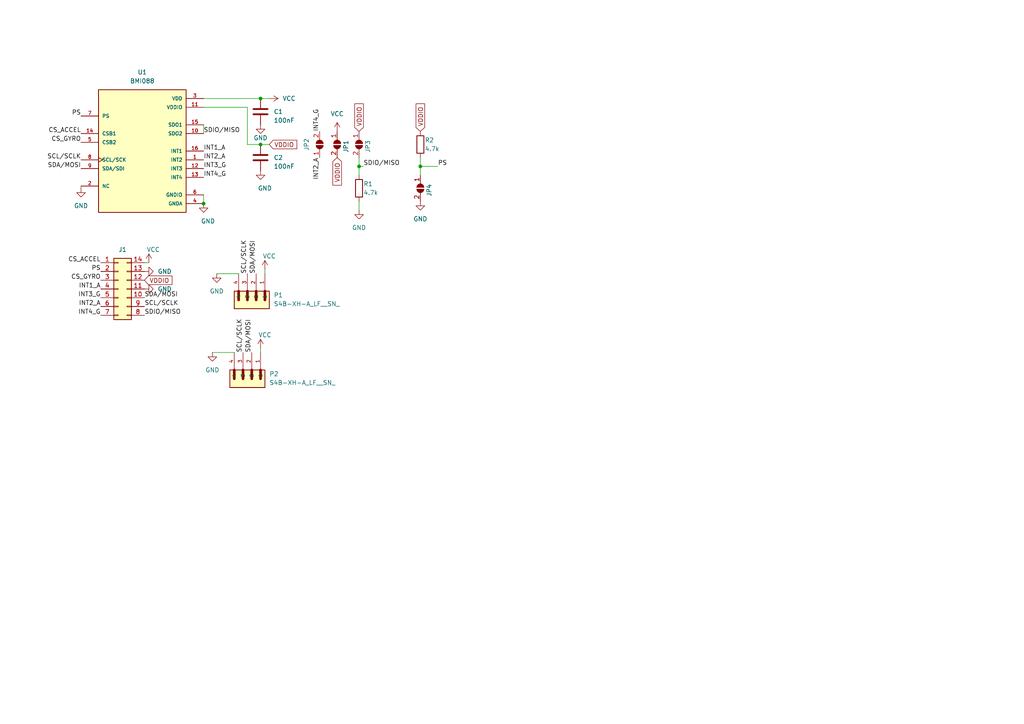
<source format=kicad_sch>
(kicad_sch (version 20230121) (generator eeschema)
  (paper "A4")
  (lib_symbols
    (symbol "BMI088:BMI088" (pin_names (offset 1.016))
      (property "Reference" "U" (at -12.7 18.415 0))
      (property "Value" "BMI088" (at -12.7 -20.32 0))
      (symbol "BMI088_0_0"
        (rectangle (start -12.7 -17.78) (end 12.7 17.78) (stroke (width 0.254)) (fill (type background)))
        (pin bidirectional line (at 17.78 -2.54 180) (length 5.08) (name "INT2") (number "1"))
        (pin output line (at 17.78 5.08 180) (length 5.08) (name "SDO2") (number "10"))
        (pin power_in line (at 17.78 12.7 180) (length 5.08) (name "VDDIO") (number "11"))
        (pin bidirectional line (at 17.78 -5.08 180) (length 5.08) (name "INT3") (number "12"))
        (pin bidirectional line (at 17.78 -7.62 180) (length 5.08) (name "INT4") (number "13"))
        (pin input line (at -17.78 5.08 0) (length 5.08) (name "CSB1") (number "14"))
        (pin output line (at 17.78 7.62 180) (length 5.08) (name "SDO1") (number "15"))
        (pin bidirectional line (at 17.78 0 180) (length 5.08) (name "INT1") (number "16"))
        (pin passive line (at -17.78 -10.16 0) (length 5.08) (name "NC") (number "2"))
        (pin power_in line (at 17.78 15.24 180) (length 5.08) (name "VDD") (number "3"))
        (pin power_in line (at 17.78 -15.24 180) (length 5.08) (name "GNDA") (number "4"))
        (pin input line (at -17.78 2.54 0) (length 5.08) (name "CSB2") (number "5"))
        (pin power_in line (at 17.78 -12.7 180) (length 5.08) (name "GNDIO") (number "6"))
        (pin input line (at -17.78 10.16 0) (length 5.08) (name "PS") (number "7"))
        (pin input clock (at -17.78 -2.54 0) (length 5.08) (name "SCL/SCK") (number "8"))
        (pin bidirectional line (at -17.78 -5.08 0) (length 5.08) (name "SDA/SDI") (number "9"))
      )
    )
    (symbol "Connector_Generic:Conn_02x07_Counter_Clockwise" (pin_names (offset 1.016) hide)
      (property "Reference" "J" (at 1.27 10.16 0))
      (property "Value" "Conn_02x07_Counter_Clockwise" (at 1.27 -10.16 0))
      (symbol "Conn_02x07_Counter_Clockwise_1_1"
        (rectangle (start -1.27 -7.493) (end 0 -7.747) (stroke (width 0.1524)))
        (rectangle (start -1.27 -4.953) (end 0 -5.207) (stroke (width 0.1524)))
        (rectangle (start -1.27 -2.413) (end 0 -2.667) (stroke (width 0.1524)))
        (rectangle (start -1.27 0.127) (end 0 -0.127) (stroke (width 0.1524)))
        (rectangle (start -1.27 2.667) (end 0 2.413) (stroke (width 0.1524)))
        (rectangle (start -1.27 5.207) (end 0 4.953) (stroke (width 0.1524)))
        (rectangle (start -1.27 7.747) (end 0 7.493) (stroke (width 0.1524)))
        (rectangle (start -1.27 8.89) (end 3.81 -8.89) (stroke (width 0.254)) (fill (type background)))
        (rectangle (start 3.81 -7.493) (end 2.54 -7.747) (stroke (width 0.1524)))
        (rectangle (start 3.81 -4.953) (end 2.54 -5.207) (stroke (width 0.1524)))
        (rectangle (start 3.81 -2.413) (end 2.54 -2.667) (stroke (width 0.1524)))
        (rectangle (start 3.81 0.127) (end 2.54 -0.127) (stroke (width 0.1524)))
        (rectangle (start 3.81 2.667) (end 2.54 2.413) (stroke (width 0.1524)))
        (rectangle (start 3.81 5.207) (end 2.54 4.953) (stroke (width 0.1524)))
        (rectangle (start 3.81 7.747) (end 2.54 7.493) (stroke (width 0.1524)))
        (pin passive line (at -5.08 7.62 0) (length 3.81) (name "Pin_1") (number "1"))
        (pin passive line (at 7.62 -2.54 180) (length 3.81) (name "Pin_10") (number "10"))
        (pin passive line (at 7.62 0 180) (length 3.81) (name "Pin_11") (number "11"))
        (pin passive line (at 7.62 2.54 180) (length 3.81) (name "Pin_12") (number "12"))
        (pin passive line (at 7.62 5.08 180) (length 3.81) (name "Pin_13") (number "13"))
        (pin passive line (at 7.62 7.62 180) (length 3.81) (name "Pin_14") (number "14"))
        (pin passive line (at -5.08 5.08 0) (length 3.81) (name "Pin_2") (number "2"))
        (pin passive line (at -5.08 2.54 0) (length 3.81) (name "Pin_3") (number "3"))
        (pin passive line (at -5.08 0 0) (length 3.81) (name "Pin_4") (number "4"))
        (pin passive line (at -5.08 -2.54 0) (length 3.81) (name "Pin_5") (number "5"))
        (pin passive line (at -5.08 -5.08 0) (length 3.81) (name "Pin_6") (number "6"))
        (pin passive line (at -5.08 -7.62 0) (length 3.81) (name "Pin_7") (number "7"))
        (pin passive line (at 7.62 -7.62 180) (length 3.81) (name "Pin_8") (number "8"))
        (pin passive line (at 7.62 -5.08 180) (length 3.81) (name "Pin_9") (number "9"))
      )
    )
    (symbol "Device:C" (pin_numbers hide) (pin_names (offset 0.254))
      (property "Reference" "C" (at 0.635 2.54 0))
      (property "Value" "C" (at 0.635 -2.54 0))
      (symbol "C_0_1"
        (polyline (pts (xy -2.032 -0.762) (xy 2.032 -0.762)) (stroke (width 0.508)))
        (polyline (pts (xy -2.032 0.762) (xy 2.032 0.762)) (stroke (width 0.508)))
      )
      (symbol "C_1_1"
        (pin passive line (at 0 3.81 270) (length 2.794) (name "~") (number "1"))
        (pin passive line (at 0 -3.81 90) (length 2.794) (name "~") (number "2"))
      )
    )
    (symbol "Device:R" (pin_numbers hide) (pin_names (offset 0))
      (property "Reference" "R" (at 2.032 0 90))
      (property "Value" "R" (at 0 0 90))
      (symbol "R_0_1"
        (rectangle (start -1.016 -2.54) (end 1.016 2.54) (stroke (width 0.254)))
      )
      (symbol "R_1_1"
        (pin passive line (at 0 3.81 270) (length 1.27) (name "~") (number "1"))
        (pin passive line (at 0 -3.81 90) (length 1.27) (name "~") (number "2"))
      )
    )
    (symbol "Jumper:SolderJumper_2_Open" (pin_names (offset 0) hide)
      (property "Reference" "JP" (at 0 2.032 0))
      (property "Value" "SolderJumper_2_Open" (at 0 -2.54 0))
      (symbol "SolderJumper_2_Open_0_1"
        (arc (start -0.254 1.016) (mid -1.2656 0) (end -0.254 -1.016))
        (arc (start -0.254 1.016) (mid -1.2656 0) (end -0.254 -1.016) (fill (type outline)))
        (polyline (pts (xy -0.254 1.016) (xy -0.254 -1.016)))
        (polyline (pts (xy 0.254 1.016) (xy 0.254 -1.016)))
        (arc (start 0.254 -1.016) (mid 1.2656 0) (end 0.254 1.016))
        (arc (start 0.254 -1.016) (mid 1.2656 0) (end 0.254 1.016) (fill (type outline)))
      )
      (symbol "SolderJumper_2_Open_1_1"
        (pin passive line (at -3.81 0 0) (length 2.54) (name "A") (number "1"))
        (pin passive line (at 3.81 0 180) (length 2.54) (name "B") (number "2"))
      )
    )
    (symbol "S4B-XH-A_LF__SN_:S4B-XH-A_LF__SN_" (pin_names (offset 1.016))
      (property "Reference" "P" (at -2.5439 5.0878 0))
      (property "Value" "S4B-XH-A_LF__SN_" (at -2.5417 -6.3543 0))
      (symbol "S4B-XH-A_LF__SN__0_0"
        (rectangle (start -2.54 -5.08) (end 2.54 5.08) (stroke (width 0.254)) (fill (type background)))
        (polyline (pts (xy -2.54 -3.81) (xy 0 -3.81)) (stroke (width 0.762)))
        (polyline (pts (xy -2.54 -1.27) (xy 0 -1.27)) (stroke (width 0.762)))
        (polyline (pts (xy -2.54 1.27) (xy 0 1.27)) (stroke (width 0.762)))
        (polyline (pts (xy -2.54 3.81) (xy 0 3.81)) (stroke (width 0.762)))
        (pin passive line (at -7.62 3.81 0) (length 5.08) (name "1") (number "1"))
        (pin passive line (at -7.62 1.27 0) (length 5.08) (name "2") (number "2"))
        (pin passive line (at -7.62 -1.27 0) (length 5.08) (name "3") (number "3"))
        (pin passive line (at -7.62 -3.81 0) (length 5.08) (name "4") (number "4"))
      )
    )
    (symbol "power:GND" (power) (pin_names (offset 0))
      (property "Value" "GND" (at 0 -3.81 0))
      (symbol "GND_0_1"
        (polyline (pts (xy 0 0) (xy 0 -1.27) (xy 1.27 -1.27) (xy 0 -2.54) (xy -1.27 -1.27) (xy 0 -1.27)))
      )
      (symbol "GND_1_1"
        (pin power_in line (at 0 0 270) (length 0) hide (name "GND") (number "1"))
      )
    )
    (symbol "power:VCC" (power) (pin_names (offset 0))
      (property "Value" "VCC" (at 0 3.81 0))
      (symbol "VCC_0_1"
        (polyline (pts (xy -0.762 1.27) (xy 0 2.54)))
        (polyline (pts (xy 0 0) (xy 0 2.54)))
        (polyline (pts (xy 0 2.54) (xy 0.762 1.27)))
      )
      (symbol "VCC_1_1"
        (pin power_in line (at 0 0 90) (length 0) hide (name "VCC") (number "1"))
      )
    )
  )
  (junction (at 121.92 48.26))
  (junction (at 59.055 59.055))
  (junction (at 75.565 28.575))
  (junction (at 104.14 48.26))
  (junction (at 75.565 41.91))
  (wire (pts (xy 75.565 100.965) (xy 75.565 102.235)))
  (wire (pts (xy 75.565 41.91) (xy 71.755 41.91)))
  (wire (pts (xy 104.14 45.72) (xy 104.14 48.26)))
  (wire (pts (xy 104.14 60.96) (xy 104.14 58.42)))
  (wire (pts (xy 121.92 48.26) (xy 127 48.26)))
  (wire (pts (xy 59.055 56.515) (xy 59.055 59.055)))
  (wire (pts (xy 23.495 54.61) (xy 23.495 53.975)))
  (wire (pts (xy 71.755 31.115) (xy 71.755 41.91)))
  (wire (pts (xy 121.92 48.26) (xy 121.92 50.8)))
  (wire (pts (xy 121.92 45.72) (xy 121.92 48.26)))
  (wire (pts (xy 76.835 78.105) (xy 76.835 79.375)))
  (wire (pts (xy 61.595 102.235) (xy 67.945 102.235)))
  (wire (pts (xy 59.055 31.115) (xy 71.755 31.115)))
  (wire (pts (xy 104.14 48.26) (xy 104.14 50.8)))
  (wire (pts (xy 59.055 36.195) (xy 59.055 38.735)))
  (wire (pts (xy 62.865 79.375) (xy 69.215 79.375)))
  (wire (pts (xy 75.565 41.91) (xy 78.105 41.91)))
  (wire (pts (xy 59.055 28.575) (xy 75.565 28.575)))
  (wire (pts (xy 43.18 76.2) (xy 41.91 76.2)))
  (wire (pts (xy 75.565 28.575) (xy 78.105 28.575)))
  (wire (pts (xy 104.14 48.26) (xy 105.41 48.26)))
  (label "PS" (at 23.495 33.655 180))
  (label "SCL{slash}SCLK" (at 23.495 46.355 180))
  (label "SCL{slash}SCLK" (at 41.91 88.9 0))
  (label "SDA{slash}MOSI" (at 74.295 79.375 90))
  (label "INT3_G" (at 29.21 86.36 180))
  (label "INT2_A" (at 92.71 45.72 270))
  (label "SCL{slash}SCLK" (at 71.755 79.375 90))
  (label "SDA{slash}MOSI" (at 73.025 102.235 90))
  (label "INT4_G" (at 92.71 38.1 90))
  (label "INT3_G" (at 59.055 48.895 0))
  (label "PS" (at 127 48.26 0))
  (label "INT2_A" (at 59.055 46.355 0))
  (label "INT4_G" (at 59.055 51.435 0))
  (label "SDA{slash}MOSI" (at 41.91 86.36 0))
  (label "PS" (at 29.21 78.74 180))
  (label "CS_GYRO" (at 23.495 41.275 180))
  (label "INT1_A" (at 29.21 83.82 180))
  (label "CS_ACCEL" (at 23.495 38.735 180))
  (label "SDA{slash}MOSI" (at 23.495 48.895 180))
  (label "SDIO{slash}MISO" (at 41.91 91.44 0))
  (label "INT2_A" (at 29.21 88.9 180))
  (label "SDIO{slash}MISO" (at 105.41 48.26 0))
  (label "CS_GYRO" (at 29.21 81.28 180))
  (label "INT4_G" (at 29.21 91.44 180))
  (label "INT1_A" (at 59.055 43.815 0))
  (label "SDIO{slash}MISO" (at 59.055 38.735 0))
  (label "SCL{slash}SCLK" (at 70.485 102.235 90))
  (label "CS_ACCEL" (at 29.21 76.2 180))
  (global_label "VDDIO" (shape input) (at 121.92 38.1 90) (property "Intersheetrefs" "${INTERSHEET_REFS}" (effects hide)))
  (global_label "VDDIO" (shape input) (at 41.91 81.28 0) (property "Intersheetrefs" "${INTERSHEET_REFS}" (effects hide)))
  (global_label "VDDIO" (shape input) (at 78.105 41.91 0) (property "Intersheetrefs" "${INTERSHEET_REFS}" (effects hide)))
  (global_label "VDDIO" (shape input) (at 97.79 45.72 270) (property "Intersheetrefs" "${INTERSHEET_REFS}" (effects hide)))
  (global_label "VDDIO" (shape input) (at 104.14 38.1 90) (property "Intersheetrefs" "${INTERSHEET_REFS}" (effects hide)))
  (symbol (lib_id "Device:C") (at 75.565 45.72 0) (unit 1)
    (property "Reference" "C2" (at 79.375 45.72 0) (effects (justify left)))
    (property "Value" "100nF" (at 79.375 48.26 0) (effects (justify left)))
    (property "Footprint" "Capacitor_SMD:C_0603_1608Metric_Pad1.08x0.95mm_HandSolder" (effects hide))
  )
  (symbol (lib_id "BMI088:BMI088") (at 41.275 43.815 0) (unit 1)
    (property "Reference" "U1" (at 41.275 20.955 0))
    (property "Value" "BMI088" (at 41.275 23.495 0))
    (property "Footprint" "BMI088:PQFN50P450X300X100-16N" (effects hide))
    (property "MF" "Bosch Sensortec" (effects hide))
    (property "PURCHASE-URL" "https://pricing.snapeda.com/search/part/BMI088/?ref=eda" (effects hide))
    (property "PACKAGE" "VFLGA-16 Bosch Sensortec" (effects hide))
    (property "PRICE" "None" (effects hide))
    (property "Package" "VFLGA-16 Bosch Sensortec" (effects hide))
    (property "Check_prices" "https://www.snapeda.com/parts/BMI088/Bosch+Sensortec/view-part/?ref=eda" (effects hide))
    (property "Price" "None" (effects hide))
    (property "SnapEDA_Link" "https://www.snapeda.com/parts/BMI088/Bosch+Sensortec/view-part/?ref=snap" (effects hide))
    (property "MP" "BMI088" (effects hide))
    (property "Purchase-URL" "https://www.snapeda.com/api/url_track_click_mouser/?unipart_id=2774026&manufacturer=Bosch Sensortec&part_name=BMI088&search_term=bmi088" (effects hide))
    (property "Description" "\nAccelerometer, Gyroscope, 6 Axis Sensor I2C, SPI Output\n" (effects hide))
    (property "Availability" "In Stock" (effects hide))
    (property "AVAILABILITY" "In Stock" (effects hide))
    (property "DESCRIPTION" "Accelerometer, Gyroscope, 6 Axis Sensor I²C, SPI Output" (effects hide))
  )
  (symbol (lib_id "power:GND") (at 23.495 54.61 0) (unit 1)
    (property "Reference" "#PWR017" (effects hide))
    (property "Value" "GND" (at 23.495 59.69 0))
  )
  (symbol (lib_id "power:GND") (at 61.595 102.235 0) (unit 1)
    (property "Reference" "#PWR07" (effects hide))
    (property "Value" "GND" (at 61.595 107.315 0))
  )
  (symbol (lib_id "power:VCC") (at 76.835 78.105 0) (unit 1)
    (property "Reference" "#PWR04" (effects hide))
    (property "Value" "VCC" (at 78.105 74.295 0))
  )
  (symbol (lib_id "Jumper:SolderJumper_2_Open") (at 97.79 41.91 270) (unit 1)
    (property "Reference" "JP1" (at 100.33 40.64 0) (effects (justify left)))
    (property "Value" "SolderJumper_2_Open" (effects hide))
    (property "Footprint" "Jumper:SolderJumper-2_P1.3mm_Open_Pad1.0x1.5mm" (effects hide))
  )
  (symbol (lib_id "power:VCC") (at 78.105 28.575 270) (unit 1)
    (property "Reference" "#PWR014" (effects hide))
    (property "Value" "VCC" (at 81.915 28.575 90) (effects (justify left)))
  )
  (symbol (lib_id "power:VCC") (at 75.565 100.965 0) (unit 1)
    (property "Reference" "#PWR08" (effects hide))
    (property "Value" "VCC" (at 76.835 97.155 0))
  )
  (symbol (lib_id "power:VCC") (at 43.18 76.2 0) (unit 1)
    (property "Reference" "#PWR01" (effects hide))
    (property "Value" "VCC" (at 44.45 72.39 0))
  )
  (symbol (lib_id "power:GND") (at 62.865 79.375 0) (unit 1)
    (property "Reference" "#PWR03" (effects hide))
    (property "Value" "GND" (at 62.865 84.455 0))
  )
  (symbol (lib_id "Jumper:SolderJumper_2_Open") (at 121.92 54.61 270) (unit 1)
    (property "Reference" "JP4" (at 124.46 53.34 0) (effects (justify left)))
    (property "Value" "SolderJumper_2_Open" (effects hide))
    (property "Footprint" "Jumper:SolderJumper-2_P1.3mm_Open_Pad1.0x1.5mm" (effects hide))
  )
  (symbol (lib_id "Jumper:SolderJumper_2_Open") (at 92.71 41.91 270) (mirror x) (unit 1)
    (property "Reference" "JP2" (at 88.9 41.91 0))
    (property "Value" "SolderJumper_2_Open" (effects hide))
    (property "Footprint" "Jumper:SolderJumper-2_P1.3mm_Open_Pad1.0x1.5mm" (effects hide))
  )
  (symbol (lib_id "Device:C") (at 75.565 32.385 0) (unit 1)
    (property "Reference" "C1" (at 79.375 32.385 0) (effects (justify left)))
    (property "Value" "100nF" (at 79.375 34.925 0) (effects (justify left)))
    (property "Footprint" "Capacitor_SMD:C_0603_1608Metric_Pad1.08x0.95mm_HandSolder" (effects hide))
  )
  (symbol (lib_id "power:GND") (at 41.91 78.74 90) (unit 1)
    (property "Reference" "#PWR05" (effects hide))
    (property "Value" "GND" (at 45.72 78.74 90) (effects (justify right)))
  )
  (symbol (lib_id "power:GND") (at 41.91 83.82 90) (unit 1)
    (property "Reference" "#PWR02" (effects hide))
    (property "Value" "GND" (at 45.72 83.82 90) (effects (justify right)))
  )
  (symbol (lib_id "Jumper:SolderJumper_2_Open") (at 104.14 41.91 270) (unit 1)
    (property "Reference" "JP3" (at 106.68 40.64 0) (effects (justify left)))
    (property "Value" "SolderJumper_2_Open" (effects hide))
    (property "Footprint" "Jumper:SolderJumper-2_P1.3mm_Open_Pad1.0x1.5mm" (effects hide))
  )
  (symbol (lib_id "power:GND") (at 121.92 58.42 0) (unit 1)
    (property "Reference" "#PWR013" (effects hide))
    (property "Value" "GND" (at 121.92 63.5 0))
  )
  (symbol (lib_id "power:VCC") (at 97.79 38.1 0) (unit 1)
    (property "Reference" "#PWR011" (effects hide))
    (property "Value" "VCC" (at 97.79 33.02 0))
  )
  (symbol (lib_id "S4B-XH-A_LF__SN_:S4B-XH-A_LF__SN_") (at 73.025 86.995 270) (unit 1)
    (property "Reference" "P1" (at 79.375 85.598 90) (effects (justify left)))
    (property "Value" "S4B-XH-A_LF__SN_" (at 79.375 88.138 90) (effects (justify left)))
    (property "Footprint" "S4B-XH-A_LF__SN_:JST_S4B-XH-A_LF__SN_" (effects hide))
    (property "MF" "JST Sales" (effects hide))
    (property "Description" "\nConnector Header Through Hole, Right Angle 4 position 0.098 (2.50mm)\n" (effects hide))
    (property "Package" "None" (effects hide))
    (property "Price" "None" (effects hide))
    (property "Check_prices" "https://www.snapeda.com/parts/S4B-XH-A(LF)(SN)/JST+Sales+America+Inc./view-part/?ref=eda" (effects hide))
    (property "SnapEDA_Link" "https://www.snapeda.com/parts/S4B-XH-A(LF)(SN)/JST+Sales+America+Inc./view-part/?ref=snap" (effects hide))
    (property "MP" "S4B-XH-A(LF)(SN)" (effects hide))
    (property "Availability" "In Stock" (effects hide))
    (property "MANUFACTURER" "JST" (effects hide))
  )
  (symbol (lib_id "power:GND") (at 75.565 36.195 0) (unit 1)
    (property "Reference" "#PWR06" (effects hide))
    (property "Value" "GND" (at 75.565 40.005 0))
  )
  (symbol (lib_id "Device:R") (at 104.14 54.61 0) (unit 1)
    (property "Reference" "R1" (at 105.41 53.34 0) (effects (justify left)))
    (property "Value" "4.7k" (at 105.41 55.88 0) (effects (justify left)))
    (property "Footprint" "Resistor_SMD:R_0603_1608Metric_Pad0.98x0.95mm_HandSolder" (effects hide))
  )
  (symbol (lib_id "S4B-XH-A_LF__SN_:S4B-XH-A_LF__SN_") (at 71.755 109.855 270) (unit 1)
    (property "Reference" "P2" (at 78.105 108.458 90) (effects (justify left)))
    (property "Value" "S4B-XH-A_LF__SN_" (at 78.105 110.998 90) (effects (justify left)))
    (property "Footprint" "S4B-XH-A_LF__SN_:JST_S4B-XH-A_LF__SN_" (effects hide))
    (property "MF" "JST Sales" (effects hide))
    (property "Description" "\nConnector Header Through Hole, Right Angle 4 position 0.098 (2.50mm)\n" (effects hide))
    (property "Package" "None" (effects hide))
    (property "Price" "None" (effects hide))
    (property "Check_prices" "https://www.snapeda.com/parts/S4B-XH-A(LF)(SN)/JST+Sales+America+Inc./view-part/?ref=eda" (effects hide))
    (property "SnapEDA_Link" "https://www.snapeda.com/parts/S4B-XH-A(LF)(SN)/JST+Sales+America+Inc./view-part/?ref=snap" (effects hide))
    (property "MP" "S4B-XH-A(LF)(SN)" (effects hide))
    (property "Availability" "In Stock" (effects hide))
    (property "MANUFACTURER" "JST" (effects hide))
  )
  (symbol (lib_id "power:GND") (at 59.055 59.055 0) (unit 1)
    (property "Reference" "#PWR015" (effects hide))
    (property "Value" "GND" (at 60.325 64.135 0))
  )
  (symbol (lib_id "power:GND") (at 104.14 60.96 0) (unit 1)
    (property "Reference" "#PWR012" (effects hide))
    (property "Value" "GND" (at 104.14 66.04 0))
  )
  (symbol (lib_id "Device:R") (at 121.92 41.91 0) (unit 1)
    (property "Reference" "R2" (at 123.19 40.64 0) (effects (justify left)))
    (property "Value" "4.7k" (at 123.19 43.18 0) (effects (justify left)))
    (property "Footprint" "Resistor_SMD:R_0603_1608Metric_Pad0.98x0.95mm_HandSolder" (effects hide))
  )
  (symbol (lib_id "power:GND") (at 75.565 49.53 0) (unit 1)
    (property "Reference" "#PWR010" (effects hide))
    (property "Value" "GND" (at 76.835 54.61 0))
  )
  (symbol (lib_id "Connector_Generic:Conn_02x07_Counter_Clockwise") (at 34.29 83.82 0) (unit 1)
    (property "Reference" "J1" (at 35.56 72.39 0))
    (property "Value" "Conn_02x07_Counter_Clockwise" (effects hide))
    (property "Footprint" "Connector_PinSocket_2.54mm:PinSocket_2x07_P2.54mm_Vertical" (effects hide))
  )
)
</source>
